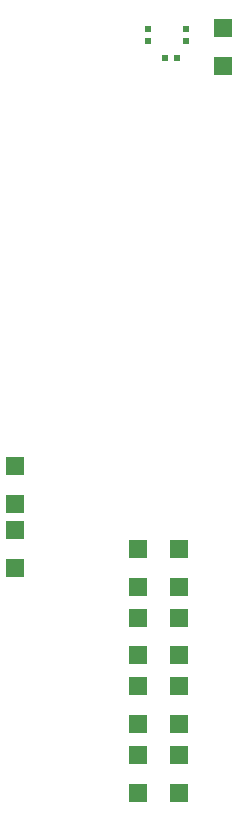
<source format=gbp>
G04*
G04 #@! TF.GenerationSoftware,Altium Limited,Altium Designer,20.0.13 (296)*
G04*
G04 Layer_Color=128*
%FSLAX44Y44*%
%MOMM*%
G71*
G01*
G75*
%ADD17R,0.6000X0.5000*%
%ADD19R,0.5000X0.6000*%
%ADD25R,1.6000X1.6000*%
D17*
X269250Y679000D02*
D03*
Y689000D02*
D03*
X236750Y679250D02*
D03*
Y689250D02*
D03*
D19*
X251250Y664750D02*
D03*
X261250D02*
D03*
D25*
X300250Y657500D02*
D03*
Y689500D02*
D03*
X124250Y232500D02*
D03*
Y264500D02*
D03*
Y287250D02*
D03*
Y319250D02*
D03*
X228000Y249000D02*
D03*
Y217000D02*
D03*
Y190750D02*
D03*
Y158750D02*
D03*
Y132500D02*
D03*
Y100500D02*
D03*
Y74250D02*
D03*
Y42250D02*
D03*
X262750D02*
D03*
Y74250D02*
D03*
Y100500D02*
D03*
Y132500D02*
D03*
X262750Y249000D02*
D03*
Y217000D02*
D03*
Y190750D02*
D03*
Y158750D02*
D03*
M02*

</source>
